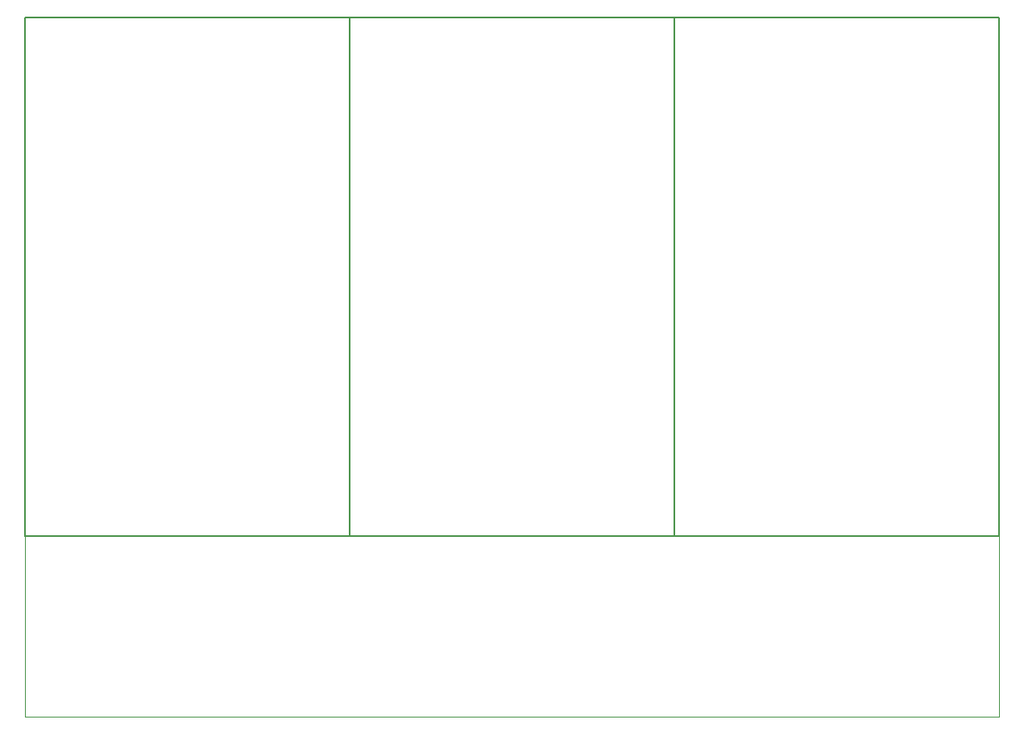
<source format=gbr>
%FSLAX34Y34*%
%MOMM*%
%LNOUTLINE*%
G71*
G01*
%ADD10C, 0.15*%
%ADD11C, 0.10*%
%LPD*%
G54D10*
X6350Y990600D02*
X336550Y990600D01*
X336550Y463550D01*
X6350Y463550D01*
X6350Y990600D01*
G54D10*
X336550Y990600D02*
X666750Y990600D01*
X666750Y463550D01*
X336550Y463550D01*
X336550Y990600D01*
G54D10*
X666750Y990600D02*
X996950Y990600D01*
X996950Y463550D01*
X666750Y463550D01*
X666750Y990600D01*
G54D11*
X6350Y990600D02*
X996950Y990600D01*
X996950Y279400D01*
X6350Y279400D01*
X6350Y990600D01*
M02*

</source>
